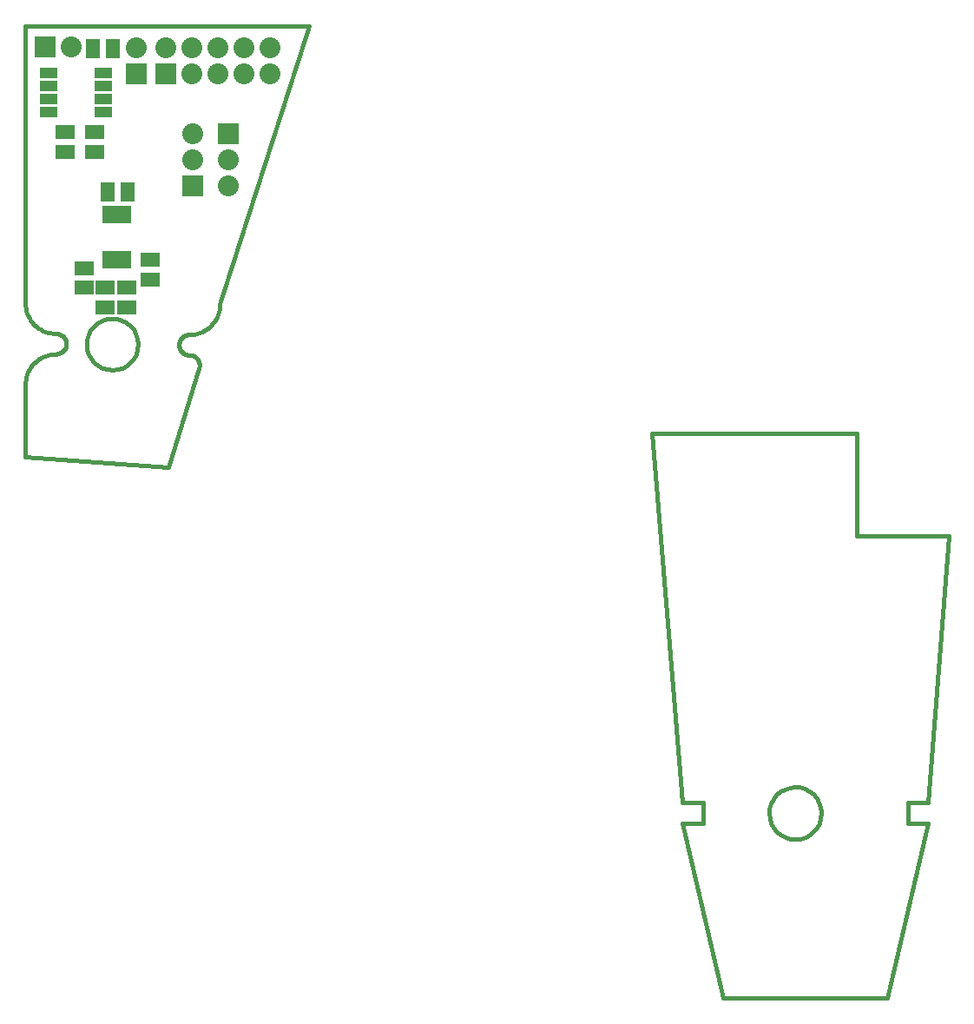
<source format=gbs>
G04 (created by PCBNEW-RS274X (2012-01-19 BZR 3256)-stable) date 21-08-2012 09:30:58*
G01*
G70*
G90*
%MOIN*%
G04 Gerber Fmt 3.4, Leading zero omitted, Abs format*
%FSLAX34Y34*%
G04 APERTURE LIST*
%ADD10C,0.006000*%
%ADD11C,0.015000*%
%ADD12R,0.065000X0.040000*%
%ADD13R,0.055000X0.075000*%
%ADD14R,0.075000X0.055000*%
%ADD15R,0.036000X0.070000*%
%ADD16R,0.080000X0.080000*%
%ADD17C,0.080000*%
G04 APERTURE END LIST*
G54D10*
G54D11*
X50237Y-35394D02*
X50235Y-35360D01*
X50231Y-35326D01*
X50223Y-35293D01*
X50213Y-35260D01*
X50200Y-35228D01*
X50184Y-35198D01*
X50165Y-35169D01*
X50144Y-35141D01*
X50121Y-35116D01*
X50096Y-35093D01*
X50068Y-35072D01*
X50040Y-35053D01*
X50009Y-35037D01*
X49977Y-35024D01*
X49944Y-35014D01*
X49911Y-35006D01*
X49877Y-35002D01*
X49843Y-35000D01*
X49449Y-34606D02*
X49451Y-34640D01*
X49455Y-34674D01*
X49463Y-34707D01*
X49473Y-34740D01*
X49486Y-34772D01*
X49502Y-34802D01*
X49521Y-34831D01*
X49542Y-34859D01*
X49565Y-34884D01*
X49590Y-34907D01*
X49618Y-34928D01*
X49647Y-34947D01*
X49677Y-34963D01*
X49709Y-34976D01*
X49742Y-34986D01*
X49775Y-34994D01*
X49809Y-34998D01*
X49843Y-35000D01*
X49843Y-34212D02*
X49809Y-34214D01*
X49775Y-34218D01*
X49742Y-34226D01*
X49709Y-34236D01*
X49677Y-34249D01*
X49647Y-34265D01*
X49618Y-34284D01*
X49590Y-34305D01*
X49565Y-34328D01*
X49542Y-34353D01*
X49521Y-34381D01*
X49502Y-34410D01*
X49486Y-34440D01*
X49473Y-34472D01*
X49463Y-34505D01*
X49455Y-34538D01*
X49451Y-34572D01*
X49449Y-34606D01*
X49843Y-34212D02*
X49945Y-34207D01*
X50048Y-34194D01*
X50148Y-34171D01*
X50246Y-34140D01*
X50342Y-34101D01*
X50433Y-34053D01*
X50520Y-33998D01*
X50602Y-33935D01*
X50678Y-33866D01*
X50747Y-33790D01*
X50810Y-33708D01*
X50865Y-33621D01*
X50913Y-33530D01*
X50952Y-33434D01*
X50983Y-33336D01*
X51006Y-33236D01*
X51019Y-33133D01*
X51024Y-33031D01*
X44724Y-34961D02*
X44622Y-34966D01*
X44519Y-34979D01*
X44419Y-35002D01*
X44321Y-35033D01*
X44225Y-35072D01*
X44134Y-35120D01*
X44047Y-35175D01*
X43965Y-35238D01*
X43889Y-35307D01*
X43820Y-35383D01*
X43757Y-35465D01*
X43702Y-35552D01*
X43654Y-35643D01*
X43615Y-35739D01*
X43584Y-35837D01*
X43561Y-35937D01*
X43548Y-36040D01*
X43543Y-36142D01*
X44724Y-34961D02*
X44758Y-34959D01*
X44792Y-34955D01*
X44825Y-34947D01*
X44858Y-34937D01*
X44890Y-34924D01*
X44921Y-34908D01*
X44949Y-34889D01*
X44977Y-34868D01*
X45002Y-34845D01*
X45025Y-34820D01*
X45046Y-34792D01*
X45065Y-34763D01*
X45081Y-34733D01*
X45094Y-34701D01*
X45104Y-34668D01*
X45112Y-34635D01*
X45116Y-34601D01*
X45118Y-34567D01*
X45118Y-34567D02*
X45116Y-34533D01*
X45112Y-34499D01*
X45104Y-34466D01*
X45094Y-34433D01*
X45081Y-34401D01*
X45065Y-34371D01*
X45046Y-34342D01*
X45025Y-34314D01*
X45002Y-34289D01*
X44977Y-34266D01*
X44949Y-34245D01*
X44921Y-34226D01*
X44890Y-34210D01*
X44858Y-34197D01*
X44825Y-34187D01*
X44792Y-34179D01*
X44758Y-34175D01*
X44724Y-34173D01*
X43543Y-32992D02*
X43548Y-33094D01*
X43561Y-33197D01*
X43584Y-33297D01*
X43615Y-33395D01*
X43654Y-33491D01*
X43702Y-33582D01*
X43757Y-33669D01*
X43820Y-33751D01*
X43889Y-33827D01*
X43965Y-33896D01*
X44047Y-33959D01*
X44134Y-34014D01*
X44225Y-34062D01*
X44321Y-34101D01*
X44419Y-34132D01*
X44519Y-34155D01*
X44622Y-34168D01*
X44724Y-34173D01*
X51024Y-33031D02*
X54449Y-22382D01*
X43543Y-32992D02*
X43543Y-22382D01*
X43543Y-22382D02*
X54449Y-22382D01*
X47878Y-34587D02*
X47859Y-34778D01*
X47803Y-34963D01*
X47712Y-35133D01*
X47591Y-35283D01*
X47442Y-35406D01*
X47272Y-35497D01*
X47088Y-35554D01*
X46896Y-35574D01*
X46705Y-35557D01*
X46520Y-35503D01*
X46350Y-35413D01*
X46199Y-35292D01*
X46075Y-35145D01*
X45982Y-34976D01*
X45924Y-34792D01*
X45903Y-34600D01*
X45919Y-34409D01*
X45972Y-34224D01*
X46060Y-34052D01*
X46180Y-33901D01*
X46327Y-33776D01*
X46495Y-33682D01*
X46678Y-33623D01*
X46870Y-33600D01*
X47061Y-33615D01*
X47247Y-33666D01*
X47419Y-33753D01*
X47571Y-33872D01*
X47697Y-34018D01*
X47792Y-34186D01*
X47853Y-34369D01*
X47877Y-34560D01*
X47878Y-34587D01*
X50236Y-35394D02*
X49055Y-39311D01*
X43543Y-38917D02*
X43543Y-36102D01*
X43543Y-38917D02*
X49055Y-39311D01*
X74112Y-52578D02*
X74092Y-52772D01*
X74036Y-52960D01*
X73944Y-53133D01*
X73820Y-53284D01*
X73669Y-53409D01*
X73497Y-53502D01*
X73310Y-53560D01*
X73116Y-53580D01*
X72922Y-53563D01*
X72734Y-53507D01*
X72560Y-53417D01*
X72408Y-53294D01*
X72282Y-53144D01*
X72188Y-52973D01*
X72128Y-52786D01*
X72107Y-52592D01*
X72123Y-52397D01*
X72177Y-52209D01*
X72266Y-52035D01*
X72388Y-51882D01*
X72537Y-51755D01*
X72708Y-51659D01*
X72894Y-51599D01*
X73088Y-51576D01*
X73283Y-51591D01*
X73471Y-51643D01*
X73646Y-51732D01*
X73800Y-51852D01*
X73928Y-52000D01*
X74025Y-52171D01*
X74087Y-52356D01*
X74111Y-52550D01*
X74112Y-52578D01*
X68778Y-52184D02*
X67597Y-38011D01*
X69566Y-52184D02*
X68778Y-52184D01*
X69566Y-52971D02*
X69566Y-52184D01*
X68778Y-52971D02*
X69566Y-52971D01*
X70353Y-59664D02*
X68778Y-52971D01*
X76653Y-59664D02*
X70353Y-59664D01*
X78227Y-52971D02*
X76653Y-59664D01*
X77440Y-52971D02*
X78227Y-52971D01*
X77440Y-52184D02*
X77440Y-52971D01*
X78227Y-52184D02*
X77440Y-52184D01*
X79015Y-41948D02*
X78227Y-52184D01*
X75471Y-41948D02*
X79015Y-41948D01*
X75471Y-38011D02*
X75471Y-41948D01*
X67597Y-38011D02*
X75471Y-38011D01*
G54D12*
X44444Y-24188D03*
X46544Y-24188D03*
X44444Y-24688D03*
X44444Y-25188D03*
X44444Y-25688D03*
X46544Y-24688D03*
X46544Y-25188D03*
X46544Y-25688D03*
G54D13*
X46160Y-23228D03*
X46910Y-23228D03*
G54D14*
X48347Y-31357D03*
X48347Y-32107D03*
X47441Y-32420D03*
X47441Y-33170D03*
X45061Y-26453D03*
X45061Y-27203D03*
X46614Y-32420D03*
X46614Y-33170D03*
X46202Y-26453D03*
X46202Y-27203D03*
G54D13*
X47462Y-28740D03*
X46712Y-28740D03*
G54D14*
X45827Y-32422D03*
X45827Y-31672D03*
G54D15*
X47433Y-31347D03*
X47178Y-31347D03*
X46918Y-31347D03*
X46663Y-31347D03*
X46663Y-29597D03*
X46918Y-29597D03*
X47178Y-29597D03*
X47433Y-29597D03*
G54D16*
X44303Y-23189D03*
G54D17*
X45303Y-23189D03*
G54D16*
X51339Y-26520D03*
G54D17*
X51339Y-27520D03*
X51339Y-28520D03*
G54D16*
X49961Y-28520D03*
G54D17*
X49961Y-27520D03*
X49961Y-26520D03*
G54D16*
X47795Y-24201D03*
G54D17*
X47795Y-23201D03*
G54D16*
X48945Y-24201D03*
G54D17*
X48945Y-23201D03*
X49945Y-24201D03*
X49945Y-23201D03*
X50945Y-24201D03*
X50945Y-23201D03*
X51945Y-24201D03*
X51945Y-23201D03*
X52945Y-24201D03*
X52945Y-23201D03*
M02*

</source>
